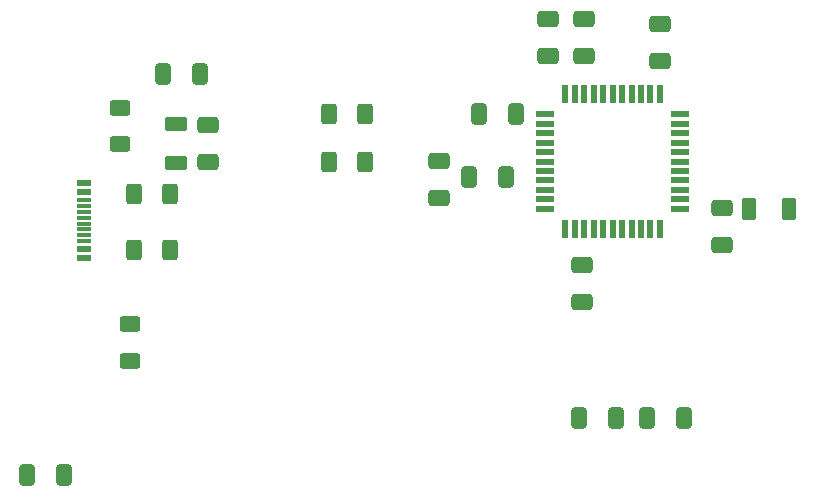
<source format=gbr>
%TF.GenerationSoftware,KiCad,Pcbnew,(6.0.7-1)-1*%
%TF.CreationDate,2022-09-20T14:46:44+12:00*%
%TF.ProjectId,ENEL300Group10MCUBoard,454e454c-3330-4304-9772-6f757031304d,rev?*%
%TF.SameCoordinates,Original*%
%TF.FileFunction,Paste,Top*%
%TF.FilePolarity,Positive*%
%FSLAX46Y46*%
G04 Gerber Fmt 4.6, Leading zero omitted, Abs format (unit mm)*
G04 Created by KiCad (PCBNEW (6.0.7-1)-1) date 2022-09-20 14:46:44*
%MOMM*%
%LPD*%
G01*
G04 APERTURE LIST*
G04 Aperture macros list*
%AMRoundRect*
0 Rectangle with rounded corners*
0 $1 Rounding radius*
0 $2 $3 $4 $5 $6 $7 $8 $9 X,Y pos of 4 corners*
0 Add a 4 corners polygon primitive as box body*
4,1,4,$2,$3,$4,$5,$6,$7,$8,$9,$2,$3,0*
0 Add four circle primitives for the rounded corners*
1,1,$1+$1,$2,$3*
1,1,$1+$1,$4,$5*
1,1,$1+$1,$6,$7*
1,1,$1+$1,$8,$9*
0 Add four rect primitives between the rounded corners*
20,1,$1+$1,$2,$3,$4,$5,0*
20,1,$1+$1,$4,$5,$6,$7,0*
20,1,$1+$1,$6,$7,$8,$9,0*
20,1,$1+$1,$8,$9,$2,$3,0*%
G04 Aperture macros list end*
%ADD10RoundRect,0.250000X-0.412500X-0.650000X0.412500X-0.650000X0.412500X0.650000X-0.412500X0.650000X0*%
%ADD11RoundRect,0.250000X0.412500X0.650000X-0.412500X0.650000X-0.412500X-0.650000X0.412500X-0.650000X0*%
%ADD12RoundRect,0.250000X-0.650000X0.412500X-0.650000X-0.412500X0.650000X-0.412500X0.650000X0.412500X0*%
%ADD13RoundRect,0.250000X0.400000X0.625000X-0.400000X0.625000X-0.400000X-0.625000X0.400000X-0.625000X0*%
%ADD14RoundRect,0.250000X-0.362500X-0.700000X0.362500X-0.700000X0.362500X0.700000X-0.362500X0.700000X0*%
%ADD15RoundRect,0.250000X-0.625000X0.400000X-0.625000X-0.400000X0.625000X-0.400000X0.625000X0.400000X0*%
%ADD16R,1.150000X0.600000*%
%ADD17R,1.150000X0.300000*%
%ADD18R,1.500000X0.550000*%
%ADD19R,0.550000X1.500000*%
%ADD20RoundRect,0.250000X-0.700000X0.362500X-0.700000X-0.362500X0.700000X-0.362500X0.700000X0.362500X0*%
%ADD21RoundRect,0.250000X0.650000X-0.412500X0.650000X0.412500X-0.650000X0.412500X-0.650000X-0.412500X0*%
G04 APERTURE END LIST*
D10*
%TO.C,C8*%
X99687500Y-79250000D03*
X102812500Y-79250000D03*
%TD*%
D11*
%TO.C,C3*%
X93462500Y-58800000D03*
X90337500Y-58800000D03*
%TD*%
D12*
%TO.C,C4*%
X99900000Y-66237500D03*
X99900000Y-69362500D03*
%TD*%
D13*
%TO.C,R1*%
X81550000Y-53500000D03*
X78450000Y-53500000D03*
%TD*%
D14*
%TO.C,L1*%
X114087500Y-61500000D03*
X117412500Y-61500000D03*
%TD*%
D15*
%TO.C,R7*%
X61600000Y-71250000D03*
X61600000Y-74350000D03*
%TD*%
D12*
%TO.C,C9*%
X87800000Y-57437500D03*
X87800000Y-60562500D03*
%TD*%
D16*
%TO.C,J1*%
X57755000Y-59300000D03*
X57755000Y-65700000D03*
X57755000Y-60100000D03*
X57755000Y-64900000D03*
D17*
X57755000Y-61250000D03*
X57755000Y-62250000D03*
X57755000Y-62750000D03*
X57755000Y-63750000D03*
X57755000Y-64250000D03*
X57755000Y-63250000D03*
X57755000Y-61750000D03*
X57755000Y-60750000D03*
%TD*%
D12*
%TO.C,C2*%
X68200000Y-54397500D03*
X68200000Y-57522500D03*
%TD*%
D13*
%TO.C,R2*%
X81550000Y-57500000D03*
X78450000Y-57500000D03*
%TD*%
D18*
%TO.C,U1*%
X96800000Y-53500000D03*
X96800000Y-54300000D03*
X96800000Y-55100000D03*
X96800000Y-55900000D03*
X96800000Y-56700000D03*
X96800000Y-57500000D03*
X96800000Y-58300000D03*
X96800000Y-59100000D03*
X96800000Y-59900000D03*
X96800000Y-60700000D03*
X96800000Y-61500000D03*
D19*
X98500000Y-63200000D03*
X99300000Y-63200000D03*
X100100000Y-63200000D03*
X100900000Y-63200000D03*
X101700000Y-63200000D03*
X102500000Y-63200000D03*
X103300000Y-63200000D03*
X104100000Y-63200000D03*
X104900000Y-63200000D03*
X105700000Y-63200000D03*
X106500000Y-63200000D03*
D18*
X108200000Y-61500000D03*
X108200000Y-60700000D03*
X108200000Y-59900000D03*
X108200000Y-59100000D03*
X108200000Y-58300000D03*
X108200000Y-57500000D03*
X108200000Y-56700000D03*
X108200000Y-55900000D03*
X108200000Y-55100000D03*
X108200000Y-54300000D03*
X108200000Y-53500000D03*
D19*
X106500000Y-51800000D03*
X105700000Y-51800000D03*
X104900000Y-51800000D03*
X104100000Y-51800000D03*
X103300000Y-51800000D03*
X102500000Y-51800000D03*
X101700000Y-51800000D03*
X100900000Y-51800000D03*
X100100000Y-51800000D03*
X99300000Y-51800000D03*
X98500000Y-51800000D03*
%TD*%
D20*
%TO.C,FB1*%
X65500000Y-54337500D03*
X65500000Y-57662500D03*
%TD*%
D11*
%TO.C,C5*%
X94312500Y-53500000D03*
X91187500Y-53500000D03*
%TD*%
D15*
%TO.C,R3*%
X60750000Y-52950000D03*
X60750000Y-56050000D03*
%TD*%
D12*
%TO.C,C12*%
X111750000Y-61437500D03*
X111750000Y-64562500D03*
%TD*%
D10*
%TO.C,C7*%
X105437500Y-79250000D03*
X108562500Y-79250000D03*
%TD*%
D21*
%TO.C,C10*%
X100100000Y-48562500D03*
X100100000Y-45437500D03*
%TD*%
D10*
%TO.C,C6*%
X52937500Y-84000000D03*
X56062500Y-84000000D03*
%TD*%
D13*
%TO.C,R6*%
X65050000Y-65000000D03*
X61950000Y-65000000D03*
%TD*%
%TO.C,R5*%
X65050000Y-60250000D03*
X61950000Y-60250000D03*
%TD*%
D21*
%TO.C,C13*%
X106500000Y-49000000D03*
X106500000Y-45875000D03*
%TD*%
D11*
%TO.C,C1*%
X67562500Y-50100000D03*
X64437500Y-50100000D03*
%TD*%
D21*
%TO.C,C11*%
X97000000Y-48562500D03*
X97000000Y-45437500D03*
%TD*%
M02*

</source>
